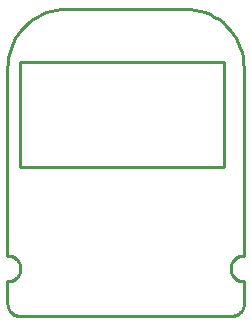
<source format=gko>
G04 EAGLE Gerber RS-274X export*
G75*
%MOMM*%
%FSLAX34Y34*%
%LPD*%
%INBoard Outline*%
%IPPOS*%
%AMOC8*
5,1,8,0,0,1.08239X$1,22.5*%
G01*
G04 Define Apertures*
%ADD10C,0.000000*%
%ADD11C,0.127000*%
%ADD12C,0.254000*%
D10*
X-100000Y-160000D02*
X-99997Y-160242D01*
X-99988Y-160483D01*
X-99974Y-160724D01*
X-99953Y-160965D01*
X-99927Y-161205D01*
X-99895Y-161445D01*
X-99857Y-161684D01*
X-99814Y-161921D01*
X-99764Y-162158D01*
X-99709Y-162393D01*
X-99649Y-162627D01*
X-99582Y-162859D01*
X-99511Y-163090D01*
X-99433Y-163319D01*
X-99350Y-163546D01*
X-99262Y-163771D01*
X-99168Y-163994D01*
X-99069Y-164214D01*
X-98964Y-164432D01*
X-98855Y-164647D01*
X-98740Y-164860D01*
X-98620Y-165070D01*
X-98495Y-165276D01*
X-98365Y-165480D01*
X-98230Y-165681D01*
X-98090Y-165878D01*
X-97946Y-166072D01*
X-97797Y-166262D01*
X-97643Y-166448D01*
X-97485Y-166631D01*
X-97323Y-166810D01*
X-97156Y-166985D01*
X-96985Y-167156D01*
X-96810Y-167323D01*
X-96631Y-167485D01*
X-96448Y-167643D01*
X-96262Y-167797D01*
X-96072Y-167946D01*
X-95878Y-168090D01*
X-95681Y-168230D01*
X-95480Y-168365D01*
X-95276Y-168495D01*
X-95070Y-168620D01*
X-94860Y-168740D01*
X-94647Y-168855D01*
X-94432Y-168964D01*
X-94214Y-169069D01*
X-93994Y-169168D01*
X-93771Y-169262D01*
X-93546Y-169350D01*
X-93319Y-169433D01*
X-93090Y-169511D01*
X-92859Y-169582D01*
X-92627Y-169649D01*
X-92393Y-169709D01*
X-92158Y-169764D01*
X-91921Y-169814D01*
X-91684Y-169857D01*
X-91445Y-169895D01*
X-91205Y-169927D01*
X-90965Y-169953D01*
X-90724Y-169974D01*
X-90483Y-169988D01*
X-90242Y-169997D01*
X-90000Y-170000D01*
X90000Y-170000D01*
X90242Y-169997D01*
X90483Y-169988D01*
X90724Y-169974D01*
X90965Y-169953D01*
X91205Y-169927D01*
X91445Y-169895D01*
X91684Y-169857D01*
X91921Y-169814D01*
X92158Y-169764D01*
X92393Y-169709D01*
X92627Y-169649D01*
X92859Y-169582D01*
X93090Y-169511D01*
X93319Y-169433D01*
X93546Y-169350D01*
X93771Y-169262D01*
X93994Y-169168D01*
X94214Y-169069D01*
X94432Y-168964D01*
X94647Y-168855D01*
X94860Y-168740D01*
X95070Y-168620D01*
X95276Y-168495D01*
X95480Y-168365D01*
X95681Y-168230D01*
X95878Y-168090D01*
X96072Y-167946D01*
X96262Y-167797D01*
X96448Y-167643D01*
X96631Y-167485D01*
X96810Y-167323D01*
X96985Y-167156D01*
X97156Y-166985D01*
X97323Y-166810D01*
X97485Y-166631D01*
X97643Y-166448D01*
X97797Y-166262D01*
X97946Y-166072D01*
X98090Y-165878D01*
X98230Y-165681D01*
X98365Y-165480D01*
X98495Y-165276D01*
X98620Y-165070D01*
X98740Y-164860D01*
X98855Y-164647D01*
X98964Y-164432D01*
X99069Y-164214D01*
X99168Y-163994D01*
X99262Y-163771D01*
X99350Y-163546D01*
X99433Y-163319D01*
X99511Y-163090D01*
X99582Y-162859D01*
X99649Y-162627D01*
X99709Y-162393D01*
X99764Y-162158D01*
X99814Y-161921D01*
X99857Y-161684D01*
X99895Y-161445D01*
X99927Y-161205D01*
X99953Y-160965D01*
X99974Y-160724D01*
X99988Y-160483D01*
X99997Y-160242D01*
X100000Y-160000D01*
X100000Y-141000D01*
X99730Y-140997D01*
X99460Y-140987D01*
X99191Y-140970D01*
X98922Y-140947D01*
X98653Y-140917D01*
X98386Y-140881D01*
X98119Y-140838D01*
X97854Y-140789D01*
X97590Y-140733D01*
X97327Y-140670D01*
X97066Y-140602D01*
X96807Y-140526D01*
X96550Y-140445D01*
X96294Y-140357D01*
X96041Y-140263D01*
X95790Y-140163D01*
X95542Y-140056D01*
X95297Y-139944D01*
X95054Y-139825D01*
X94815Y-139701D01*
X94578Y-139571D01*
X94345Y-139435D01*
X94115Y-139293D01*
X93889Y-139146D01*
X93666Y-138993D01*
X93447Y-138835D01*
X93232Y-138672D01*
X93022Y-138503D01*
X92815Y-138329D01*
X92613Y-138150D01*
X92415Y-137967D01*
X92222Y-137778D01*
X92033Y-137585D01*
X91850Y-137387D01*
X91671Y-137185D01*
X91497Y-136978D01*
X91328Y-136768D01*
X91165Y-136553D01*
X91007Y-136334D01*
X90854Y-136111D01*
X90707Y-135885D01*
X90565Y-135655D01*
X90429Y-135422D01*
X90299Y-135185D01*
X90175Y-134946D01*
X90056Y-134703D01*
X89944Y-134458D01*
X89837Y-134210D01*
X89737Y-133959D01*
X89643Y-133706D01*
X89555Y-133450D01*
X89474Y-133193D01*
X89398Y-132934D01*
X89330Y-132673D01*
X89267Y-132410D01*
X89211Y-132146D01*
X89162Y-131881D01*
X89119Y-131614D01*
X89083Y-131347D01*
X89053Y-131078D01*
X89030Y-130809D01*
X89013Y-130540D01*
X89003Y-130270D01*
X89000Y-130000D01*
X89003Y-129730D01*
X89013Y-129460D01*
X89030Y-129191D01*
X89053Y-128922D01*
X89083Y-128653D01*
X89119Y-128386D01*
X89162Y-128119D01*
X89211Y-127854D01*
X89267Y-127590D01*
X89330Y-127327D01*
X89398Y-127066D01*
X89474Y-126807D01*
X89555Y-126550D01*
X89643Y-126294D01*
X89737Y-126041D01*
X89837Y-125790D01*
X89944Y-125542D01*
X90056Y-125297D01*
X90175Y-125054D01*
X90299Y-124815D01*
X90429Y-124578D01*
X90565Y-124345D01*
X90707Y-124115D01*
X90854Y-123889D01*
X91007Y-123666D01*
X91165Y-123447D01*
X91328Y-123232D01*
X91497Y-123022D01*
X91671Y-122815D01*
X91850Y-122613D01*
X92033Y-122415D01*
X92222Y-122222D01*
X92415Y-122033D01*
X92613Y-121850D01*
X92815Y-121671D01*
X93022Y-121497D01*
X93232Y-121328D01*
X93447Y-121165D01*
X93666Y-121007D01*
X93889Y-120854D01*
X94115Y-120707D01*
X94345Y-120565D01*
X94578Y-120429D01*
X94815Y-120299D01*
X95054Y-120175D01*
X95297Y-120056D01*
X95542Y-119944D01*
X95790Y-119837D01*
X96041Y-119737D01*
X96294Y-119643D01*
X96550Y-119555D01*
X96807Y-119474D01*
X97066Y-119398D01*
X97327Y-119330D01*
X97590Y-119267D01*
X97854Y-119211D01*
X98119Y-119162D01*
X98386Y-119119D01*
X98653Y-119083D01*
X98922Y-119053D01*
X99191Y-119030D01*
X99460Y-119013D01*
X99730Y-119003D01*
X100000Y-119000D01*
X100000Y40000D01*
X99985Y41208D01*
X99942Y42416D01*
X99869Y43622D01*
X99767Y44826D01*
X99635Y46027D01*
X99475Y47224D01*
X99286Y48418D01*
X99069Y49606D01*
X98822Y50789D01*
X98547Y51966D01*
X98244Y53135D01*
X97912Y54297D01*
X97553Y55451D01*
X97166Y56595D01*
X96751Y57730D01*
X96309Y58855D01*
X95840Y59968D01*
X95344Y61070D01*
X94821Y62160D01*
X94273Y63236D01*
X93698Y64299D01*
X93098Y65348D01*
X92473Y66382D01*
X91824Y67401D01*
X91149Y68403D01*
X90451Y69389D01*
X89729Y70358D01*
X88984Y71309D01*
X88216Y72242D01*
X87426Y73156D01*
X86613Y74051D01*
X85780Y74926D01*
X84926Y75780D01*
X84051Y76613D01*
X83156Y77426D01*
X82242Y78216D01*
X81309Y78984D01*
X80358Y79729D01*
X79389Y80451D01*
X78403Y81149D01*
X77401Y81824D01*
X76382Y82473D01*
X75348Y83098D01*
X74299Y83698D01*
X73236Y84273D01*
X72160Y84821D01*
X71070Y85344D01*
X69968Y85840D01*
X68855Y86309D01*
X67730Y86751D01*
X66595Y87166D01*
X65451Y87553D01*
X64297Y87912D01*
X63135Y88244D01*
X61966Y88547D01*
X60789Y88822D01*
X59606Y89069D01*
X58418Y89286D01*
X57224Y89475D01*
X56027Y89635D01*
X54826Y89767D01*
X53622Y89869D01*
X52416Y89942D01*
X51208Y89985D01*
X50000Y90000D01*
X-50000Y90000D01*
X-51208Y89985D01*
X-52416Y89942D01*
X-53622Y89869D01*
X-54826Y89767D01*
X-56027Y89635D01*
X-57224Y89475D01*
X-58418Y89286D01*
X-59606Y89069D01*
X-60789Y88822D01*
X-61966Y88547D01*
X-63135Y88244D01*
X-64297Y87912D01*
X-65451Y87553D01*
X-66595Y87166D01*
X-67730Y86751D01*
X-68855Y86309D01*
X-69968Y85840D01*
X-71070Y85344D01*
X-72160Y84821D01*
X-73236Y84273D01*
X-74299Y83698D01*
X-75348Y83098D01*
X-76382Y82473D01*
X-77401Y81824D01*
X-78403Y81149D01*
X-79389Y80451D01*
X-80358Y79729D01*
X-81309Y78984D01*
X-82242Y78216D01*
X-83156Y77426D01*
X-84051Y76613D01*
X-84926Y75780D01*
X-85780Y74926D01*
X-86613Y74051D01*
X-87426Y73156D01*
X-88216Y72242D01*
X-88984Y71309D01*
X-89729Y70358D01*
X-90451Y69389D01*
X-91149Y68403D01*
X-91824Y67401D01*
X-92473Y66382D01*
X-93098Y65348D01*
X-93698Y64299D01*
X-94273Y63236D01*
X-94821Y62160D01*
X-95344Y61070D01*
X-95840Y59968D01*
X-96309Y58855D01*
X-96751Y57730D01*
X-97166Y56595D01*
X-97553Y55451D01*
X-97912Y54297D01*
X-98244Y53135D01*
X-98547Y51966D01*
X-98822Y50789D01*
X-99069Y49606D01*
X-99286Y48418D01*
X-99475Y47224D01*
X-99635Y46027D01*
X-99767Y44826D01*
X-99869Y43622D01*
X-99942Y42416D01*
X-99985Y41208D01*
X-100000Y40000D01*
X-100000Y-119000D01*
X-99730Y-119003D01*
X-99460Y-119013D01*
X-99191Y-119030D01*
X-98922Y-119053D01*
X-98653Y-119083D01*
X-98386Y-119119D01*
X-98119Y-119162D01*
X-97854Y-119211D01*
X-97590Y-119267D01*
X-97327Y-119330D01*
X-97066Y-119398D01*
X-96807Y-119474D01*
X-96549Y-119555D01*
X-96294Y-119643D01*
X-96041Y-119737D01*
X-95790Y-119837D01*
X-95542Y-119944D01*
X-95297Y-120056D01*
X-95054Y-120175D01*
X-94815Y-120299D01*
X-94578Y-120429D01*
X-94345Y-120565D01*
X-94115Y-120707D01*
X-93889Y-120854D01*
X-93666Y-121007D01*
X-93447Y-121165D01*
X-93232Y-121328D01*
X-93022Y-121497D01*
X-92815Y-121671D01*
X-92613Y-121850D01*
X-92415Y-122033D01*
X-92222Y-122222D01*
X-92033Y-122415D01*
X-91850Y-122613D01*
X-91671Y-122815D01*
X-91497Y-123022D01*
X-91328Y-123232D01*
X-91165Y-123447D01*
X-91007Y-123666D01*
X-90854Y-123889D01*
X-90707Y-124115D01*
X-90565Y-124345D01*
X-90429Y-124578D01*
X-90299Y-124815D01*
X-90175Y-125054D01*
X-90056Y-125297D01*
X-89944Y-125542D01*
X-89837Y-125790D01*
X-89737Y-126041D01*
X-89643Y-126294D01*
X-89555Y-126550D01*
X-89474Y-126807D01*
X-89398Y-127066D01*
X-89330Y-127327D01*
X-89267Y-127590D01*
X-89211Y-127854D01*
X-89162Y-128119D01*
X-89119Y-128386D01*
X-89083Y-128653D01*
X-89053Y-128922D01*
X-89030Y-129191D01*
X-89013Y-129460D01*
X-89003Y-129730D01*
X-89000Y-130000D01*
X-89003Y-130270D01*
X-89013Y-130540D01*
X-89030Y-130809D01*
X-89053Y-131078D01*
X-89083Y-131347D01*
X-89119Y-131614D01*
X-89162Y-131881D01*
X-89211Y-132146D01*
X-89267Y-132410D01*
X-89330Y-132673D01*
X-89398Y-132934D01*
X-89474Y-133193D01*
X-89555Y-133450D01*
X-89643Y-133706D01*
X-89737Y-133959D01*
X-89837Y-134210D01*
X-89944Y-134458D01*
X-90056Y-134703D01*
X-90175Y-134946D01*
X-90299Y-135185D01*
X-90429Y-135422D01*
X-90565Y-135655D01*
X-90707Y-135885D01*
X-90854Y-136111D01*
X-91007Y-136334D01*
X-91165Y-136553D01*
X-91328Y-136768D01*
X-91497Y-136978D01*
X-91671Y-137185D01*
X-91850Y-137387D01*
X-92033Y-137585D01*
X-92222Y-137778D01*
X-92415Y-137967D01*
X-92613Y-138150D01*
X-92815Y-138329D01*
X-93022Y-138503D01*
X-93232Y-138672D01*
X-93447Y-138835D01*
X-93666Y-138993D01*
X-93889Y-139146D01*
X-94115Y-139293D01*
X-94345Y-139435D01*
X-94578Y-139571D01*
X-94815Y-139701D01*
X-95054Y-139825D01*
X-95297Y-139944D01*
X-95542Y-140056D01*
X-95790Y-140163D01*
X-96041Y-140263D01*
X-96294Y-140357D01*
X-96549Y-140445D01*
X-96807Y-140526D01*
X-97066Y-140602D01*
X-97327Y-140670D01*
X-97590Y-140733D01*
X-97854Y-140789D01*
X-98119Y-140838D01*
X-98386Y-140881D01*
X-98653Y-140917D01*
X-98922Y-140947D01*
X-99191Y-140970D01*
X-99460Y-140987D01*
X-99730Y-140997D01*
X-100000Y-141000D01*
X-100000Y-160000D01*
D11*
X83400Y-44450D02*
X83400Y44450D01*
X83400Y-44450D02*
X-89525Y-44450D01*
X-89525Y44450D01*
X83400Y44450D01*
D12*
X-100000Y-160000D02*
X-99962Y-160872D01*
X-99848Y-161736D01*
X-99659Y-162588D01*
X-99397Y-163420D01*
X-99063Y-164226D01*
X-98660Y-165000D01*
X-98192Y-165736D01*
X-97660Y-166428D01*
X-97071Y-167071D01*
X-96428Y-167660D01*
X-95736Y-168192D01*
X-95000Y-168660D01*
X-94226Y-169063D01*
X-93420Y-169397D01*
X-92588Y-169659D01*
X-91736Y-169848D01*
X-90872Y-169962D01*
X-90000Y-170000D01*
X90000Y-170000D01*
X90872Y-169962D01*
X91736Y-169848D01*
X92588Y-169659D01*
X93420Y-169397D01*
X94226Y-169063D01*
X95000Y-168660D01*
X95736Y-168192D01*
X96428Y-167660D01*
X97071Y-167071D01*
X97660Y-166428D01*
X98192Y-165736D01*
X98660Y-165000D01*
X99063Y-164226D01*
X99397Y-163420D01*
X99659Y-162588D01*
X99848Y-161736D01*
X99962Y-160872D01*
X100000Y-160000D01*
X100000Y-141000D01*
X99041Y-140958D01*
X98090Y-140833D01*
X97153Y-140625D01*
X96238Y-140337D01*
X95351Y-139969D01*
X94500Y-139526D01*
X93691Y-139011D01*
X92929Y-138427D01*
X92222Y-137778D01*
X91574Y-137071D01*
X90989Y-136309D01*
X90474Y-135500D01*
X90031Y-134649D01*
X89663Y-133762D01*
X89375Y-132847D01*
X89167Y-131910D01*
X89042Y-130959D01*
X89000Y-130000D01*
X89042Y-129041D01*
X89167Y-128090D01*
X89375Y-127153D01*
X89663Y-126238D01*
X90031Y-125351D01*
X90474Y-124500D01*
X90989Y-123691D01*
X91574Y-122929D01*
X92222Y-122222D01*
X92929Y-121574D01*
X93691Y-120989D01*
X94500Y-120474D01*
X95351Y-120031D01*
X96238Y-119663D01*
X97153Y-119375D01*
X98090Y-119167D01*
X99041Y-119042D01*
X100000Y-119000D01*
X100000Y40000D01*
X99810Y44358D01*
X99240Y48682D01*
X98296Y52941D01*
X96985Y57101D01*
X95315Y61131D01*
X93301Y65000D01*
X90958Y68679D01*
X88302Y72139D01*
X85355Y75355D01*
X82139Y78302D01*
X78679Y80958D01*
X75000Y83301D01*
X71131Y85315D01*
X67101Y86985D01*
X62941Y88296D01*
X58682Y89240D01*
X54358Y89810D01*
X50000Y90000D01*
X-50000Y90000D01*
X-54358Y89810D01*
X-58682Y89240D01*
X-62941Y88296D01*
X-67101Y86985D01*
X-71131Y85315D01*
X-75000Y83301D01*
X-78679Y80958D01*
X-82139Y78302D01*
X-85355Y75355D01*
X-88302Y72139D01*
X-90958Y68679D01*
X-93301Y65000D01*
X-95315Y61131D01*
X-96985Y57101D01*
X-98296Y52941D01*
X-99240Y48682D01*
X-99810Y44358D01*
X-100000Y40000D01*
X-100000Y-119000D01*
X-99041Y-119042D01*
X-98090Y-119167D01*
X-97153Y-119375D01*
X-96238Y-119663D01*
X-95351Y-120031D01*
X-94500Y-120474D01*
X-93691Y-120989D01*
X-92929Y-121574D01*
X-92222Y-122222D01*
X-91574Y-122929D01*
X-90989Y-123691D01*
X-90474Y-124500D01*
X-90031Y-125351D01*
X-89663Y-126238D01*
X-89375Y-127153D01*
X-89167Y-128090D01*
X-89042Y-129041D01*
X-89000Y-130000D01*
X-89042Y-130959D01*
X-89167Y-131910D01*
X-89375Y-132847D01*
X-89663Y-133762D01*
X-90031Y-134649D01*
X-90474Y-135500D01*
X-90989Y-136309D01*
X-91574Y-137071D01*
X-92222Y-137778D01*
X-92929Y-138427D01*
X-93691Y-139011D01*
X-94500Y-139526D01*
X-95351Y-139969D01*
X-96238Y-140337D01*
X-97153Y-140625D01*
X-98090Y-140833D01*
X-99041Y-140958D01*
X-100000Y-141000D01*
X-100000Y-160000D01*
X-89525Y-44450D02*
X83400Y-44450D01*
X83400Y44450D01*
X-89525Y44450D01*
X-89525Y-44450D01*
M02*

</source>
